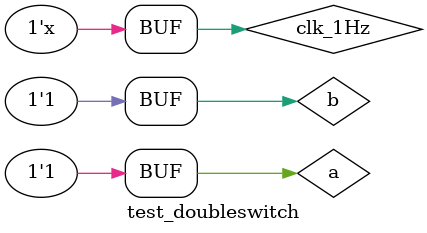
<source format=v>
`timescale 1ns/100ps
module test_doubleswitch();
  reg clk_1Hz,a,b;
  wire y;
  doubleswitch_dataflow u0(a,b,y);
  always #100 clk_1Hz = ~clk_1Hz ;
  initial
  begin
  	 clk_1Hz=0;
   	 a=0;b=0;
   	 #200;
  	 a=0;b=1;  
  	 #200;
  	 a=1;b=0;  
  	 #200;
  	 a=1;b=1;   
  end
endmodule
</source>
